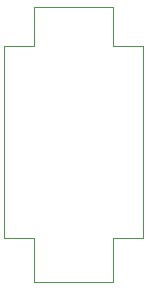
<source format=gbr>
%TF.GenerationSoftware,KiCad,Pcbnew,7.0.1*%
%TF.CreationDate,2023-04-02T01:13:53+09:00*%
%TF.ProjectId,joystick_gpio_input_2p_rasp_part,6a6f7973-7469-4636-9b5f-6770696f5f69,2*%
%TF.SameCoordinates,PX883b640PY6b1d950*%
%TF.FileFunction,Profile,NP*%
%FSLAX46Y46*%
G04 Gerber Fmt 4.6, Leading zero omitted, Abs format (unit mm)*
G04 Created by KiCad (PCBNEW 7.0.1) date 2023-04-02 01:13:53*
%MOMM*%
%LPD*%
G01*
G04 APERTURE LIST*
%TA.AperFunction,Profile*%
%ADD10C,0.100000*%
%TD*%
G04 APERTURE END LIST*
D10*
X9220200Y20269200D02*
X11734800Y20269200D01*
X11709400Y4064000D01*
X9220200Y4064000D01*
X9220200Y330200D01*
X2489200Y279400D01*
X2489200Y4064000D01*
X-25400Y4064000D01*
X-25400Y20269200D01*
X2489200Y20269200D01*
X2489200Y23596600D01*
X9220200Y23596600D01*
X9220200Y20269200D01*
M02*

</source>
